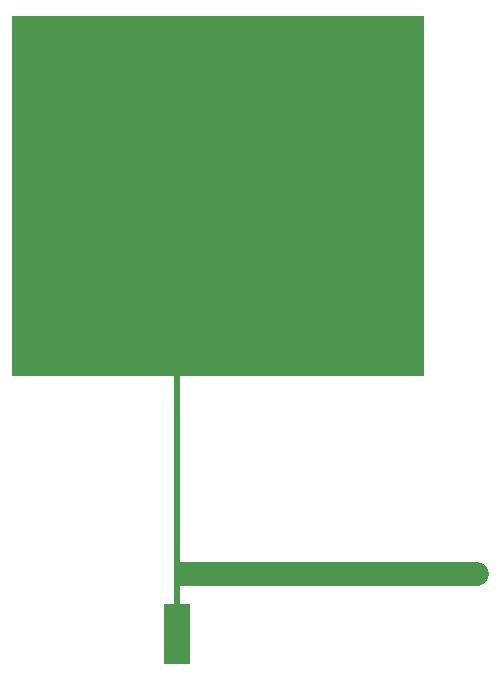
<source format=gbr>
G04 #@! TF.FileFunction,Copper,L1,Top,Signal*
%FSLAX46Y46*%
G04 Gerber Fmt 4.6, Leading zero omitted, Abs format (unit mm)*
G04 Created by KiCad (PCBNEW 4.0.6) date 06/01/17 22:28:01*
%MOMM*%
%LPD*%
G01*
G04 APERTURE LIST*
%ADD10C,0.025400*%
%ADD11R,34.925000X30.480000*%
%ADD12R,2.290000X5.080000*%
%ADD13C,0.508000*%
%ADD14C,2.032000*%
%ADD15C,1.524000*%
%ADD16C,1.016000*%
G04 APERTURE END LIST*
D10*
D11*
X25400000Y39636700D03*
D12*
X21907500Y2547200D03*
D13*
X21907500Y6870700D02*
X23012400Y6870700D01*
X23012400Y6870700D02*
X23774400Y7632700D01*
X21907500Y8394700D02*
X23012400Y8394700D01*
X23012400Y8394700D02*
X23774400Y7632700D01*
D14*
X47320200Y7632700D02*
X23774400Y7632700D01*
D15*
X22987000Y7632700D02*
X22453600Y7632700D01*
D13*
X22174200Y7632700D02*
X21907500Y7632700D01*
D16*
X22453600Y7632700D02*
X22174200Y7632700D01*
D14*
X23774400Y7632700D02*
X22987000Y7632700D01*
D13*
X25400000Y39636700D02*
X21907500Y36144200D01*
X21907500Y36144200D02*
X21907500Y8394700D01*
X21907500Y8394700D02*
X21907500Y8013700D01*
X21907500Y8013700D02*
X21907500Y7632700D01*
X21907500Y7632700D02*
X21907500Y7251700D01*
X21907500Y7251700D02*
X21907500Y6870700D01*
X21907500Y6870700D02*
X21907500Y2547200D01*
M02*

</source>
